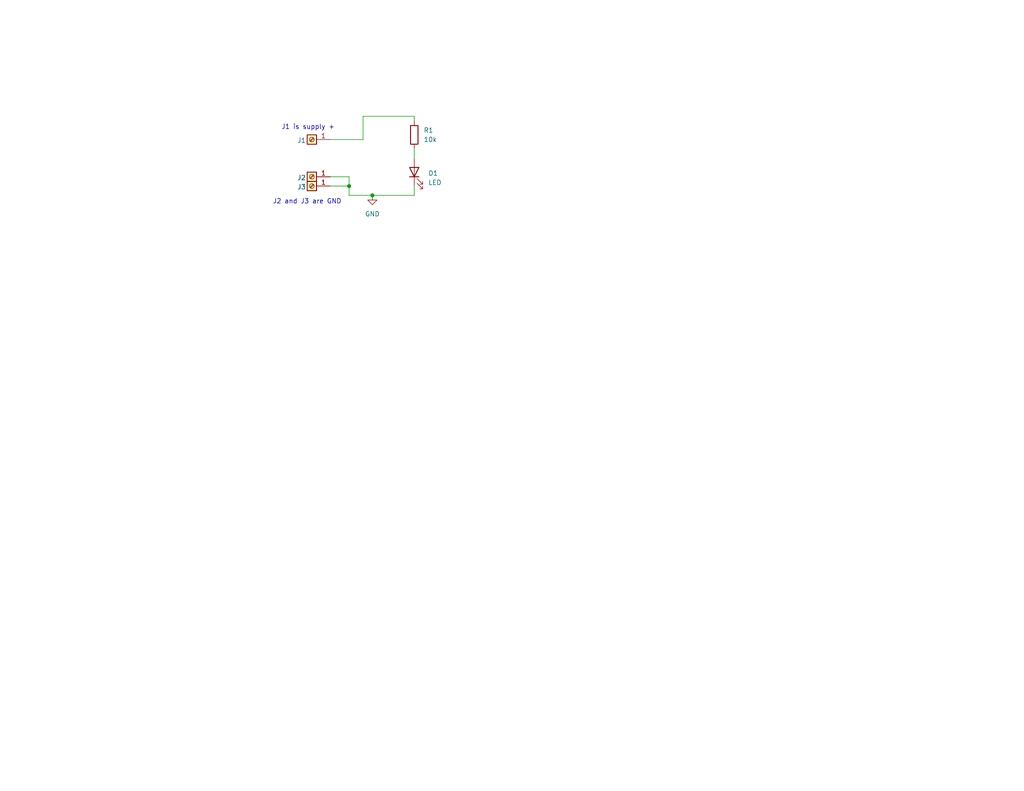
<source format=kicad_sch>
(kicad_sch (version 20250114) (generator "eeschema") (generator_version "9.0")
  (paper "USLetter")
  (title_block (date "2025-06-14") (rev "Rev 1") (comment 1 "PCB bar to join the earth ground and supply ground terminals on a PCB"))
  (lib_symbols
    (symbol "Connector:Screw_Terminal_01x01" (pin_names (offset 1.016) (hide yes))
      (property "Reference" "J" (at 0 2.54 0))
      (property "Value" "Screw_Terminal_01x01" (at 0 -2.54 0))
      (symbol "Screw_Terminal_01x01_1_1"
        (rectangle (start -1.27 1.27) (end 1.27 -1.27) (stroke (width 0.254)) (fill (type background)))
        (polyline (pts (xy -0.5334 0.3302) (xy 0.3302 -0.508)) (stroke (width 0.1524)))
        (polyline (pts (xy -0.3556 0.508) (xy 0.508 -0.3302)) (stroke (width 0.1524)))
        (circle (center 0 0) (radius 0.635) (stroke (width 0.1524)))
        (pin passive line (at -5.08 0 0) (length 3.81) (name "Pin_1") (number "1"))
      )
    )
    (symbol "Device:LED" (pin_numbers (hide yes)) (pin_names (offset 1.016) (hide yes))
      (property "Reference" "D" (at 0 2.54 0))
      (property "Value" "LED" (at 0 -2.54 0))
      (symbol "LED_0_1"
        (polyline (pts (xy -3.048 -0.762) (xy -4.572 -2.286) (xy -3.81 -2.286) (xy -4.572 -2.286) (xy -4.572 -1.524)))
        (polyline (pts (xy -1.778 -0.762) (xy -3.302 -2.286) (xy -2.54 -2.286) (xy -3.302 -2.286) (xy -3.302 -1.524)))
        (polyline (pts (xy -1.27 0) (xy 1.27 0)))
        (polyline (pts (xy -1.27 -1.27) (xy -1.27 1.27)) (stroke (width 0.254)))
        (polyline (pts (xy 1.27 -1.27) (xy 1.27 1.27) (xy -1.27 0) (xy 1.27 -1.27)) (stroke (width 0.254)))
      )
      (symbol "LED_1_1"
        (pin passive line (at -3.81 0 0) (length 2.54) (name "K") (number "1"))
        (pin passive line (at 3.81 0 180) (length 2.54) (name "A") (number "2"))
      )
    )
    (symbol "Device:R" (pin_numbers (hide yes)) (pin_names (offset 0))
      (property "Reference" "R" (at 2.032 0 90))
      (property "Value" "R" (at 0 0 90))
      (symbol "R_0_1"
        (rectangle (start -1.016 -2.54) (end 1.016 2.54) (stroke (width 0.254)))
      )
      (symbol "R_1_1"
        (pin passive line (at 0 3.81 270) (length 1.27) (name "~") (number "1"))
        (pin passive line (at 0 -3.81 90) (length 1.27) (name "~") (number "2"))
      )
    )
    (symbol "power:GND" (power) (pin_numbers (hide yes)) (pin_names (offset 0) (hide yes))
      (property "Value" "GND" (at 0 -3.81 0))
      (symbol "GND_0_1"
        (polyline (pts (xy 0 0) (xy 0 -1.27) (xy 1.27 -1.27) (xy 0 -2.54) (xy -1.27 -1.27) (xy 0 -1.27)))
      )
      (symbol "GND_1_1"
        (pin power_in line (at 0 0 270) (length 0) (name "~") (number "1"))
      )
    )
  )
  (text "J1 is supply +" (at 84.074 34.798 0) (effects (font (size 1.27 1.27))))
  (text "J2 and J3 are GND" (at 83.82 55.118 0) (effects (font (size 1.27 1.27))))
  (junction (at 101.6 53.34))
  (junction (at 95.25 50.8))
  (wire (pts (xy 90.17 48.26) (xy 95.25 48.26)))
  (wire (pts (xy 95.25 50.8) (xy 90.17 50.8)))
  (wire (pts (xy 113.03 50.8) (xy 113.03 53.34)))
  (wire (pts (xy 99.06 31.75) (xy 113.03 31.75)))
  (wire (pts (xy 101.6 53.34) (xy 95.25 53.34)))
  (wire (pts (xy 95.25 53.34) (xy 95.25 50.8)))
  (wire (pts (xy 95.25 48.26) (xy 95.25 50.8)))
  (wire (pts (xy 113.03 31.75) (xy 113.03 33.02)))
  (wire (pts (xy 113.03 53.34) (xy 101.6 53.34)))
  (wire (pts (xy 90.17 38.1) (xy 99.06 38.1)))
  (wire (pts (xy 99.06 38.1) (xy 99.06 31.75)))
  (wire (pts (xy 113.03 40.64) (xy 113.03 43.18)))
  (symbol (lib_id "Connector:Screw_Terminal_01x01") (at 85.09 50.8 0) (mirror y) (unit 1)
    (property "Reference" "J3" (at 82.296 51.054 0))
    (property "Value" "Screw_Terminal_01x01" (effects (hide yes)))
    (property "Footprint" "00-footprint-lib:Bench_Supply_Slot_D6.4mm_L10mm" (effects (hide yes)))
    (property "Description" "Generic screw terminal, single row, 01x01, script generated (kicad-library-utils/schlib/autogen/connector/)" (effects (hide yes)))
  )
  (symbol (lib_id "power:GND") (at 101.6 53.34 0) (unit 1)
    (property "Reference" "#PWR01" (effects (hide yes)))
    (property "Value" "GND" (at 101.6 58.42 0))
    (property "Description" "Power symbol creates a global label with name \"GND\" , ground" (effects (hide yes)))
  )
  (symbol (lib_id "Connector:Screw_Terminal_01x01") (at 85.09 48.26 0) (mirror y) (unit 1)
    (property "Reference" "J2" (at 82.296 48.514 0))
    (property "Value" "Screw_Terminal_01x01" (effects (hide yes)))
    (property "Footprint" "00-footprint-lib:Bench_Supply_Slot_D6.4mm_L10mm" (effects (hide yes)))
    (property "Description" "Generic screw terminal, single row, 01x01, script generated (kicad-library-utils/schlib/autogen/connector/)" (effects (hide yes)))
  )
  (symbol (lib_id "Device:LED") (at 113.03 46.99 90) (unit 1)
    (property "Reference" "D1" (at 116.84 47.3074 90) (effects (justify right)))
    (property "Value" "LED" (at 116.84 49.8474 90) (effects (justify right)))
    (property "Footprint" "LED_SMD:LED_1206_3216Metric_Pad1.42x1.75mm_HandSolder" (effects (hide yes)))
    (property "Description" "Light emitting diode" (effects (hide yes)))
    (property "Sim.Pins" "1=K 2=A" (effects (hide yes)))
  )
  (symbol (lib_id "Connector:Screw_Terminal_01x01") (at 85.09 38.1 0) (mirror y) (unit 1)
    (property "Reference" "J1" (at 82.296 38.354 0))
    (property "Value" "Screw_Terminal_01x01" (effects (hide yes)))
    (property "Footprint" "00-footprint-lib:Bench_Supply_Slot_D6.4mm_L10mm" (effects (hide yes)))
    (property "Description" "Generic screw terminal, single row, 01x01, script generated (kicad-library-utils/schlib/autogen/connector/)" (effects (hide yes)))
  )
  (symbol (lib_id "Device:R") (at 113.03 36.83 0) (unit 1)
    (property "Reference" "R1" (at 115.57 35.5599 0) (effects (justify left)))
    (property "Value" "10k" (at 115.57 38.0999 0) (effects (justify left)))
    (property "Footprint" "Resistor_SMD:R_1206_3216Metric_Pad1.30x1.75mm_HandSolder" (effects (hide yes)))
    (property "Description" "Resistor" (effects (hide yes)))
  )
)
</source>
